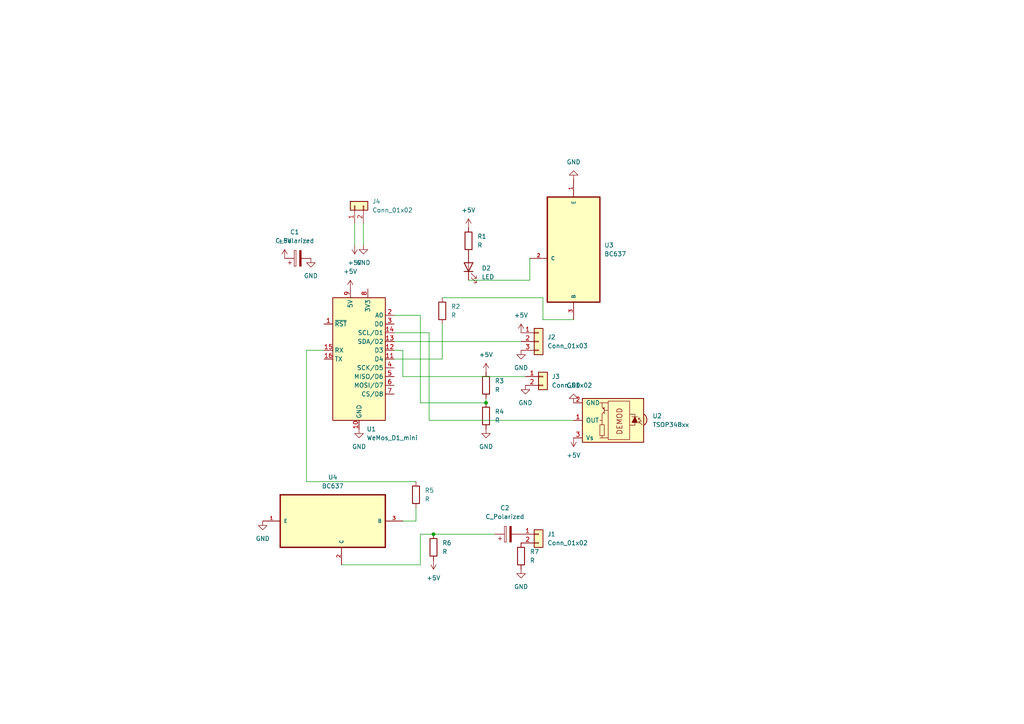
<source format=kicad_sch>
(kicad_sch (version 20230121) (generator eeschema)
  (paper "A4")
  (lib_symbols
    (symbol "BC637:BC637" (pin_names (offset 1.016))
      (property "Reference" "U" (at -5.0357 9.8679 0))
      (property "Value" "BC637" (at -3.1036 -19.5119 0))
      (symbol "BC637_0_0"
        (rectangle (start -15.24 -7.62) (end 15.24 7.62) (stroke (width 0.4064)) (fill (type background)))
        (pin passive line (at -20.32 0 0) (length 5.08) (name "E") (number "1"))
        (pin passive line (at 2.54 -12.7 90) (length 5.08) (name "C") (number "2"))
        (pin passive line (at 20.32 0 180) (length 5.08) (name "B") (number "3"))
      )
    )
    (symbol "Connector_Generic:Conn_01x02" (pin_names (offset 1.016) hide)
      (property "Reference" "J" (at 0 2.54 0))
      (property "Value" "Conn_01x02" (at 0 -5.08 0))
      (symbol "Conn_01x02_1_1"
        (rectangle (start -1.27 -2.413) (end 0 -2.667) (stroke (width 0.1524)))
        (rectangle (start -1.27 0.127) (end 0 -0.127) (stroke (width 0.1524)))
        (rectangle (start -1.27 1.27) (end 1.27 -3.81) (stroke (width 0.254)) (fill (type background)))
        (pin passive line (at -5.08 0 0) (length 3.81) (name "Pin_1") (number "1"))
        (pin passive line (at -5.08 -2.54 0) (length 3.81) (name "Pin_2") (number "2"))
      )
    )
    (symbol "Connector_Generic:Conn_01x03" (pin_names (offset 1.016) hide)
      (property "Reference" "J" (at 0 5.08 0))
      (property "Value" "Conn_01x03" (at 0 -5.08 0))
      (symbol "Conn_01x03_1_1"
        (rectangle (start -1.27 -2.413) (end 0 -2.667) (stroke (width 0.1524)))
        (rectangle (start -1.27 0.127) (end 0 -0.127) (stroke (width 0.1524)))
        (rectangle (start -1.27 2.667) (end 0 2.413) (stroke (width 0.1524)))
        (rectangle (start -1.27 3.81) (end 1.27 -3.81) (stroke (width 0.254)) (fill (type background)))
        (pin passive line (at -5.08 2.54 0) (length 3.81) (name "Pin_1") (number "1"))
        (pin passive line (at -5.08 0 0) (length 3.81) (name "Pin_2") (number "2"))
        (pin passive line (at -5.08 -2.54 0) (length 3.81) (name "Pin_3") (number "3"))
      )
    )
    (symbol "Device:C_Polarized" (pin_numbers hide) (pin_names (offset 0.254))
      (property "Reference" "C" (at 0.635 2.54 0))
      (property "Value" "C_Polarized" (at 0.635 -2.54 0))
      (symbol "C_Polarized_0_1"
        (rectangle (start -2.286 0.508) (end 2.286 1.016))
        (polyline (pts (xy -1.778 2.286) (xy -0.762 2.286)))
        (polyline (pts (xy -1.27 2.794) (xy -1.27 1.778)))
        (rectangle (start 2.286 -0.508) (end -2.286 -1.016) (fill (type outline)))
      )
      (symbol "C_Polarized_1_1"
        (pin passive line (at 0 3.81 270) (length 2.794) (name "~") (number "1"))
        (pin passive line (at 0 -3.81 90) (length 2.794) (name "~") (number "2"))
      )
    )
    (symbol "Device:LED" (pin_numbers hide) (pin_names (offset 1.016) hide)
      (property "Reference" "D" (at 0 2.54 0))
      (property "Value" "LED" (at 0 -2.54 0))
      (symbol "LED_0_1"
        (polyline (pts (xy -1.27 -1.27) (xy -1.27 1.27)) (stroke (width 0.254)))
        (polyline (pts (xy -1.27 0) (xy 1.27 0)))
        (polyline (pts (xy 1.27 -1.27) (xy 1.27 1.27) (xy -1.27 0) (xy 1.27 -1.27)) (stroke (width 0.254)))
        (polyline (pts (xy -3.048 -0.762) (xy -4.572 -2.286) (xy -3.81 -2.286) (xy -4.572 -2.286) (xy -4.572 -1.524)))
        (polyline (pts (xy -1.778 -0.762) (xy -3.302 -2.286) (xy -2.54 -2.286) (xy -3.302 -2.286) (xy -3.302 -1.524)))
      )
      (symbol "LED_1_1"
        (pin passive line (at -3.81 0 0) (length 2.54) (name "K") (number "1"))
        (pin passive line (at 3.81 0 180) (length 2.54) (name "A") (number "2"))
      )
    )
    (symbol "Device:R" (pin_numbers hide) (pin_names (offset 0))
      (property "Reference" "R" (at 2.032 0 90))
      (property "Value" "R" (at 0 0 90))
      (symbol "R_0_1"
        (rectangle (start -1.016 -2.54) (end 1.016 2.54) (stroke (width 0.254)))
      )
      (symbol "R_1_1"
        (pin passive line (at 0 3.81 270) (length 1.27) (name "~") (number "1"))
        (pin passive line (at 0 -3.81 90) (length 1.27) (name "~") (number "2"))
      )
    )
    (symbol "Interface_Optical:TSOP348xx" (pin_names (offset 1.016))
      (property "Reference" "U" (at -10.16 7.62 0))
      (property "Value" "TSOP348xx" (at -10.16 -7.62 0))
      (symbol "TSOP348xx_0_0"
        (arc (start -10.287 1.397) (mid -11.0899 -0.1852) (end -10.287 -1.778) (stroke (width 0.254)) (fill (type background)))
        (polyline (pts (xy 1.905 -5.08) (xy 0.127 -5.08)))
        (polyline (pts (xy 1.905 5.08) (xy 0.127 5.08)))
        (text "DEMOD" (at -3.175 0.254 900) (effects (font (size 1.524 1.524))))
      )
      (symbol "TSOP348xx_0_1"
        (rectangle (start -6.096 5.588) (end 0.127 -5.588))
        (polyline (pts (xy -8.763 0.381) (xy -9.652 1.27)))
        (polyline (pts (xy -8.763 0.381) (xy -9.271 0.381)))
        (polyline (pts (xy -8.763 0.381) (xy -8.763 0.889)))
        (polyline (pts (xy -8.636 -0.635) (xy -9.525 0.254)))
        (polyline (pts (xy -8.636 -0.635) (xy -9.144 -0.635)))
        (polyline (pts (xy -8.636 -0.635) (xy -8.636 -0.127)))
        (polyline (pts (xy -8.382 -1.016) (xy -6.731 -1.016)))
        (polyline (pts (xy 1.27 -2.921) (xy 0.127 -2.921)))
        (polyline (pts (xy 1.27 -1.905) (xy 1.27 -3.81)))
        (polyline (pts (xy 1.397 -3.556) (xy 1.524 -3.556)))
        (polyline (pts (xy 1.651 -3.556) (xy 1.524 -3.556)))
        (polyline (pts (xy 1.651 -3.556) (xy 1.651 -3.302)))
        (polyline (pts (xy 1.905 0) (xy 1.905 1.27)))
        (polyline (pts (xy 1.905 4.445) (xy 1.905 5.08) (xy 2.54 5.08)))
        (polyline (pts (xy -8.382 0.635) (xy -6.731 0.635) (xy -7.62 -1.016) (xy -8.382 0.635)) (fill (type outline)))
        (polyline (pts (xy -6.096 1.397) (xy -7.62 1.397) (xy -7.62 -1.778) (xy -6.096 -1.778)))
        (polyline (pts (xy 1.27 -3.175) (xy 1.905 -3.81) (xy 1.905 -5.08) (xy 2.54 -5.08)))
        (polyline (pts (xy 1.27 -2.54) (xy 1.905 -1.905) (xy 1.905 0) (xy 2.54 0)))
        (rectangle (start 2.54 1.27) (end 1.27 4.445))
        (rectangle (start 7.62 6.35) (end -10.16 -6.35) (stroke (width 0.254)) (fill (type background)))
      )
      (symbol "TSOP348xx_1_1"
        (pin output line (at 10.16 0 180) (length 2.54) (name "OUT") (number "1"))
        (pin power_in line (at 10.16 -5.08 180) (length 2.54) (name "GND") (number "2"))
        (pin power_in line (at 10.16 5.08 180) (length 2.54) (name "Vs") (number "3"))
      )
    )
    (symbol "MCU_Module:WeMos_D1_mini"
      (property "Reference" "U" (at 3.81 19.05 0))
      (property "Value" "WeMos_D1_mini" (at 1.27 -19.05 0))
      (symbol "WeMos_D1_mini_1_1"
        (rectangle (start -7.62 17.78) (end 7.62 -17.78) (stroke (width 0.254)) (fill (type background)))
        (pin input line (at -10.16 10.16 0) (length 2.54) (name "~{RST}") (number "1"))
        (pin power_in line (at 0 -20.32 90) (length 2.54) (name "GND") (number "10"))
        (pin bidirectional line (at 10.16 0 180) (length 2.54) (name "D4") (number "11"))
        (pin bidirectional line (at 10.16 2.54 180) (length 2.54) (name "D3") (number "12"))
        (pin bidirectional line (at 10.16 5.08 180) (length 2.54) (name "SDA/D2") (number "13"))
        (pin bidirectional line (at 10.16 7.62 180) (length 2.54) (name "SCL/D1") (number "14"))
        (pin input line (at -10.16 2.54 0) (length 2.54) (name "RX") (number "15"))
        (pin output line (at -10.16 0 0) (length 2.54) (name "TX") (number "16"))
        (pin input line (at 10.16 12.7 180) (length 2.54) (name "A0") (number "2"))
        (pin bidirectional line (at 10.16 10.16 180) (length 2.54) (name "D0") (number "3"))
        (pin bidirectional line (at 10.16 -2.54 180) (length 2.54) (name "SCK/D5") (number "4"))
        (pin bidirectional line (at 10.16 -5.08 180) (length 2.54) (name "MISO/D6") (number "5"))
        (pin bidirectional line (at 10.16 -7.62 180) (length 2.54) (name "MOSI/D7") (number "6"))
        (pin bidirectional line (at 10.16 -10.16 180) (length 2.54) (name "CS/D8") (number "7"))
        (pin power_out line (at 2.54 20.32 270) (length 2.54) (name "3V3") (number "8"))
        (pin power_in line (at -2.54 20.32 270) (length 2.54) (name "5V") (number "9"))
      )
    )
    (symbol "power:+5V" (power) (pin_names (offset 0))
      (property "Value" "+5V" (at 0 3.556 0))
      (symbol "+5V_0_1"
        (polyline (pts (xy -0.762 1.27) (xy 0 2.54)))
        (polyline (pts (xy 0 0) (xy 0 2.54)))
        (polyline (pts (xy 0 2.54) (xy 0.762 1.27)))
      )
      (symbol "+5V_1_1"
        (pin power_in line (at 0 0 90) (length 0) hide (name "+5V") (number "1"))
      )
    )
    (symbol "power:GND" (power) (pin_names (offset 0))
      (property "Value" "GND" (at 0 -3.81 0))
      (symbol "GND_0_1"
        (polyline (pts (xy 0 0) (xy 0 -1.27) (xy 1.27 -1.27) (xy 0 -2.54) (xy -1.27 -1.27) (xy 0 -1.27)))
      )
      (symbol "GND_1_1"
        (pin power_in line (at 0 0 270) (length 0) hide (name "GND") (number "1"))
      )
    )
  )
  (junction (at 140.97 116.84))
  (junction (at 125.73 154.94))
  (wire (pts (xy 114.3 99.06) (xy 151.13 99.06)))
  (wire (pts (xy 116.84 101.6) (xy 114.3 101.6)))
  (wire (pts (xy 120.65 151.13) (xy 116.84 151.13)))
  (wire (pts (xy 121.92 154.94) (xy 125.73 154.94)))
  (wire (pts (xy 121.92 91.44) (xy 121.92 116.84)))
  (wire (pts (xy 157.48 92.71) (xy 166.37 92.71)))
  (wire (pts (xy 125.73 154.94) (xy 143.51 154.94)))
  (wire (pts (xy 157.48 86.36) (xy 157.48 92.71)))
  (wire (pts (xy 88.9 101.6) (xy 93.98 101.6)))
  (wire (pts (xy 128.27 86.36) (xy 157.48 86.36)))
  (wire (pts (xy 153.67 81.28) (xy 153.67 74.93)))
  (wire (pts (xy 102.87 64.77) (xy 102.87 71.12)))
  (wire (pts (xy 105.41 64.77) (xy 105.41 71.12)))
  (wire (pts (xy 124.46 96.52) (xy 124.46 121.92)))
  (wire (pts (xy 152.4 109.22) (xy 116.84 109.22)))
  (wire (pts (xy 128.27 93.98) (xy 128.27 104.14)))
  (wire (pts (xy 135.89 81.28) (xy 153.67 81.28)))
  (wire (pts (xy 88.9 139.7) (xy 88.9 101.6)))
  (wire (pts (xy 124.46 121.92) (xy 166.37 121.92)))
  (wire (pts (xy 120.65 139.7) (xy 88.9 139.7)))
  (wire (pts (xy 99.06 163.83) (xy 121.92 163.83)))
  (wire (pts (xy 114.3 96.52) (xy 124.46 96.52)))
  (wire (pts (xy 120.65 147.32) (xy 120.65 151.13)))
  (wire (pts (xy 128.27 104.14) (xy 114.3 104.14)))
  (wire (pts (xy 121.92 116.84) (xy 140.97 116.84)))
  (wire (pts (xy 116.84 109.22) (xy 116.84 101.6)))
  (wire (pts (xy 121.92 163.83) (xy 121.92 154.94)))
  (wire (pts (xy 114.3 91.44) (xy 121.92 91.44)))
  (wire (pts (xy 140.97 115.57) (xy 140.97 116.84)))
  (symbol (lib_id "Device:R") (at 125.73 158.75 0) (unit 1)
    (property "Reference" "R6" (at 128.27 157.48 0) (effects (justify left)))
    (property "Value" "R" (at 128.27 160.02 0) (effects (justify left)))
    (property "Footprint" "Resistor_THT:R_Axial_DIN0204_L3.6mm_D1.6mm_P7.62mm_Horizontal" (effects hide))
  )
  (symbol (lib_id "power:+5V") (at 166.37 127 180) (unit 1)
    (property "Reference" "#PWR014" (effects hide))
    (property "Value" "+5V" (at 166.37 132.08 0))
  )
  (symbol (lib_id "MCU_Module:WeMos_D1_mini") (at 104.14 104.14 0) (unit 1)
    (property "Reference" "U1" (at 106.3341 124.46 0) (effects (justify left)))
    (property "Value" "WeMos_D1_mini" (at 106.3341 127 0) (effects (justify left)))
    (property "Footprint" "Module:WEMOS_D1_mini_light" (effects hide))
    (property "Datasheet" "https://wiki.wemos.cc/products:d1:d1_mini#documentation" (effects hide))
  )
  (symbol (lib_id "power:+5V") (at 101.6 83.82 0) (unit 1)
    (property "Reference" "#PWR06" (effects hide))
    (property "Value" "+5V" (at 101.6 78.74 0))
  )
  (symbol (lib_id "Device:C_Polarized") (at 86.36 74.93 90) (unit 1)
    (property "Reference" "C1" (at 85.471 67.31 90))
    (property "Value" "C_Polarized" (at 85.471 69.85 90))
    (property "Footprint" "Capacitor_THT:CP_Radial_D7.5mm_P2.50mm" (effects hide))
  )
  (symbol (lib_id "power:GND") (at 166.37 52.07 180) (unit 1)
    (property "Reference" "#PWR019" (effects hide))
    (property "Value" "GND" (at 166.37 46.99 0))
  )
  (symbol (lib_id "Device:R") (at 140.97 111.76 0) (unit 1)
    (property "Reference" "R3" (at 143.51 110.49 0) (effects (justify left)))
    (property "Value" "R" (at 143.51 113.03 0) (effects (justify left)))
    (property "Footprint" "Resistor_THT:R_Axial_DIN0204_L3.6mm_D1.6mm_P7.62mm_Horizontal" (effects hide))
  )
  (symbol (lib_id "Connector_Generic:Conn_01x03") (at 156.21 99.06 0) (unit 1)
    (property "Reference" "J2" (at 158.75 97.79 0) (effects (justify left)))
    (property "Value" "Conn_01x03" (at 158.75 100.33 0) (effects (justify left)))
    (property "Footprint" "Connector_PinHeader_2.54mm:PinHeader_1x03_P2.54mm_Vertical" (effects hide))
  )
  (symbol (lib_id "Device:R") (at 128.27 90.17 0) (unit 1)
    (property "Reference" "R2" (at 130.81 88.9 0) (effects (justify left)))
    (property "Value" "R" (at 130.81 91.44 0) (effects (justify left)))
    (property "Footprint" "Resistor_THT:R_Axial_DIN0204_L3.6mm_D1.6mm_P7.62mm_Horizontal" (effects hide))
  )
  (symbol (lib_id "power:GND") (at 140.97 124.46 0) (unit 1)
    (property "Reference" "#PWR010" (effects hide))
    (property "Value" "GND" (at 140.97 129.54 0))
  )
  (symbol (lib_id "power:GND") (at 104.14 124.46 0) (unit 1)
    (property "Reference" "#PWR04" (effects hide))
    (property "Value" "GND" (at 104.14 129.54 0))
  )
  (symbol (lib_id "power:GND") (at 151.13 101.6 0) (unit 1)
    (property "Reference" "#PWR011" (effects hide))
    (property "Value" "GND" (at 151.13 106.68 0))
  )
  (symbol (lib_id "power:GND") (at 152.4 111.76 0) (unit 1)
    (property "Reference" "#PWR013" (effects hide))
    (property "Value" "GND" (at 152.4 116.84 0))
  )
  (symbol (lib_id "power:GND") (at 151.13 165.1 0) (unit 1)
    (property "Reference" "#PWR018" (effects hide))
    (property "Value" "GND" (at 151.13 170.18 0))
  )
  (symbol (lib_id "power:GND") (at 76.2 151.13 0) (unit 1)
    (property "Reference" "#PWR016" (effects hide))
    (property "Value" "GND" (at 76.2 156.21 0))
  )
  (symbol (lib_id "power:+5V") (at 135.89 66.04 0) (unit 1)
    (property "Reference" "#PWR02" (effects hide))
    (property "Value" "+5V" (at 135.89 60.96 0))
  )
  (symbol (lib_id "power:+5V") (at 151.13 96.52 0) (unit 1)
    (property "Reference" "#PWR012" (effects hide))
    (property "Value" "+5V" (at 151.13 91.44 0))
  )
  (symbol (lib_id "Connector_Generic:Conn_01x02") (at 156.21 154.94 0) (unit 1)
    (property "Reference" "J1" (at 158.75 154.94 0) (effects (justify left)))
    (property "Value" "Conn_01x02" (at 158.75 157.48 0) (effects (justify left)))
    (property "Footprint" "Connector_PinHeader_2.54mm:PinHeader_1x02_P2.54mm_Vertical" (effects hide))
  )
  (symbol (lib_id "Device:R") (at 151.13 161.29 0) (unit 1)
    (property "Reference" "R7" (at 153.67 160.02 0) (effects (justify left)))
    (property "Value" "R" (at 153.67 162.56 0) (effects (justify left)))
    (property "Footprint" "Resistor_THT:R_Axial_DIN0204_L3.6mm_D1.6mm_P7.62mm_Horizontal" (effects hide))
  )
  (symbol (lib_id "Connector_Generic:Conn_01x02") (at 102.87 59.69 90) (unit 1)
    (property "Reference" "J4" (at 107.95 58.42 90) (effects (justify right)))
    (property "Value" "Conn_01x02" (at 107.95 60.96 90) (effects (justify right)))
    (property "Footprint" "Connector_PinHeader_2.54mm:PinHeader_1x02_P2.54mm_Vertical" (effects hide))
  )
  (symbol (lib_id "power:GND") (at 166.37 116.84 180) (unit 1)
    (property "Reference" "#PWR015" (effects hide))
    (property "Value" "GND" (at 166.37 111.76 0))
  )
  (symbol (lib_id "Device:LED") (at 135.89 77.47 90) (unit 1)
    (property "Reference" "D2" (at 139.7 77.7875 90) (effects (justify right)))
    (property "Value" "LED" (at 139.7 80.3275 90) (effects (justify right)))
    (property "Footprint" "LED_THT:LED_D5.0mm_IRGrey" (effects hide))
  )
  (symbol (lib_id "Device:R") (at 120.65 143.51 0) (unit 1)
    (property "Reference" "R5" (at 123.19 142.24 0) (effects (justify left)))
    (property "Value" "R" (at 123.19 144.78 0) (effects (justify left)))
    (property "Footprint" "Resistor_THT:R_Axial_DIN0204_L3.6mm_D1.6mm_P7.62mm_Horizontal" (effects hide))
  )
  (symbol (lib_id "power:GND") (at 105.41 71.12 0) (unit 1)
    (property "Reference" "#PWR08" (effects hide))
    (property "Value" "GND" (at 105.41 76.2 0))
  )
  (symbol (lib_id "Interface_Optical:TSOP348xx") (at 176.53 121.92 180) (unit 1)
    (property "Reference" "U2" (at 189.23 120.65 0) (effects (justify right)))
    (property "Value" "TSOP348xx" (at 189.23 123.19 0) (effects (justify right)))
    (property "Footprint" "OptoDevice:Vishay_MOLD-3Pin" (effects hide))
    (property "Datasheet" "https://www.vishay.com/docs/82489/tsop322.pdf" (effects hide))
  )
  (symbol (lib_id "power:+5V") (at 102.87 71.12 180) (unit 1)
    (property "Reference" "#PWR07" (effects hide))
    (property "Value" "+5V" (at 102.87 76.2 0))
  )
  (symbol (lib_id "Device:R") (at 140.97 120.65 0) (unit 1)
    (property "Reference" "R4" (at 143.51 119.38 0) (effects (justify left)))
    (property "Value" "R" (at 143.51 121.92 0) (effects (justify left)))
    (property "Footprint" "Resistor_THT:R_Axial_DIN0204_L3.6mm_D1.6mm_P7.62mm_Horizontal" (effects hide))
  )
  (symbol (lib_id "power:+5V") (at 82.55 74.93 0) (unit 1)
    (property "Reference" "#PWR05" (effects hide))
    (property "Value" "+5V" (at 82.55 69.85 0))
  )
  (symbol (lib_id "BC637:BC637") (at 96.52 151.13 0) (unit 1)
    (property "Reference" "U4" (at 96.52 138.43 0))
    (property "Value" "BC637" (at 96.52 140.97 0))
    (property "Footprint" "kicadtmp1:TO254P508X787-3" (effects hide))
    (property "MF" "ON Semiconductor" (effects hide))
    (property "Description" "\nBipolar (BJT) Transistor NPN 60 V 1 A 200MHz 625 mW Through Hole TO-92 (TO-226)\n" (effects hide))
    (property "PACKAGE" "TO-92" (effects hide))
    (property "MPN" "BC637" (effects hide))
    (property "Price" "None" (effects hide))
    (property "Package" "E-PKG AXIAL-LEADED-2 ON Semiconductor" (effects hide))
    (property "OC_FARNELL" "1467887" (effects hide))
    (property "SnapEDA_Link" "https://www.snapeda.com/parts/BC637/Onsemi/view-part/?ref=snap" (effects hide))
    (property "MP" "BC637" (effects hide))
    (property "SUPPLIER" "Fairchild" (effects hide))
    (property "OC_NEWARK" "-" (effects hide))
    (property "Availability" "In Stock" (effects hide))
    (property "Check_prices" "https://www.snapeda.com/parts/BC637/Onsemi/view-part/?ref=eda" (effects hide))
  )
  (symbol (lib_id "BC637:BC637") (at 166.37 72.39 270) (unit 1)
    (property "Reference" "U3" (at 175.26 71.12 90) (effects (justify left)))
    (property "Value" "BC637" (at 175.26 73.66 90) (effects (justify left)))
    (property "Footprint" "kicadtmp1:TO254P508X787-3" (effects hide))
    (property "MF" "ON Semiconductor" (effects hide))
    (property "Description" "\nBipolar (BJT) Transistor NPN 60 V 1 A 200MHz 625 mW Through Hole TO-92 (TO-226)\n" (effects hide))
    (property "PACKAGE" "TO-92" (effects hide))
    (property "MPN" "BC637" (effects hide))
    (property "Price" "None" (effects hide))
    (property "Package" "E-PKG AXIAL-LEADED-2 ON Semiconductor" (effects hide))
    (property "OC_FARNELL" "1467887" (effects hide))
    (property "SnapEDA_Link" "https://www.snapeda.com/parts/BC637/Onsemi/view-part/?ref=snap" (effects hide))
    (property "MP" "BC637" (effects hide))
    (property "SUPPLIER" "Fairchild" (effects hide))
    (property "OC_NEWARK" "-" (effects hide))
    (property "Availability" "In Stock" (effects hide))
    (property "Check_prices" "https://www.snapeda.com/parts/BC637/Onsemi/view-part/?ref=eda" (effects hide))
  )
  (symbol (lib_id "Device:R") (at 135.89 69.85 0) (unit 1)
    (property "Reference" "R1" (at 138.43 68.58 0) (effects (justify left)))
    (property "Value" "R" (at 138.43 71.12 0) (effects (justify left)))
    (property "Footprint" "Resistor_THT:R_Axial_DIN0204_L3.6mm_D1.6mm_P7.62mm_Horizontal" (effects hide))
  )
  (symbol (lib_id "Connector_Generic:Conn_01x02") (at 157.48 109.22 0) (unit 1)
    (property "Reference" "J3" (at 160.02 109.22 0) (effects (justify left)))
    (property "Value" "Conn_01x02" (at 160.02 111.76 0) (effects (justify left)))
    (property "Footprint" "Connector_PinHeader_2.54mm:PinHeader_1x02_P2.54mm_Vertical" (effects hide))
  )
  (symbol (lib_id "Device:C_Polarized") (at 147.32 154.94 90) (unit 1)
    (property "Reference" "C2" (at 146.431 147.32 90))
    (property "Value" "C_Polarized" (at 146.431 149.86 90))
    (property "Footprint" "Capacitor_THT:CP_Radial_D7.5mm_P2.50mm" (effects hide))
  )
  (symbol (lib_id "power:GND") (at 90.17 74.93 0) (unit 1)
    (property "Reference" "#PWR03" (effects hide))
    (property "Value" "GND" (at 90.17 80.01 0))
  )
  (symbol (lib_id "power:+5V") (at 140.97 107.95 0) (unit 1)
    (property "Reference" "#PWR09" (effects hide))
    (property "Value" "+5V" (at 140.97 102.87 0))
  )
  (symbol (lib_id "power:+5V") (at 125.73 162.56 180) (unit 1)
    (property "Reference" "#PWR017" (effects hide))
    (property "Value" "+5V" (at 125.73 167.64 0))
  )
)
</source>
